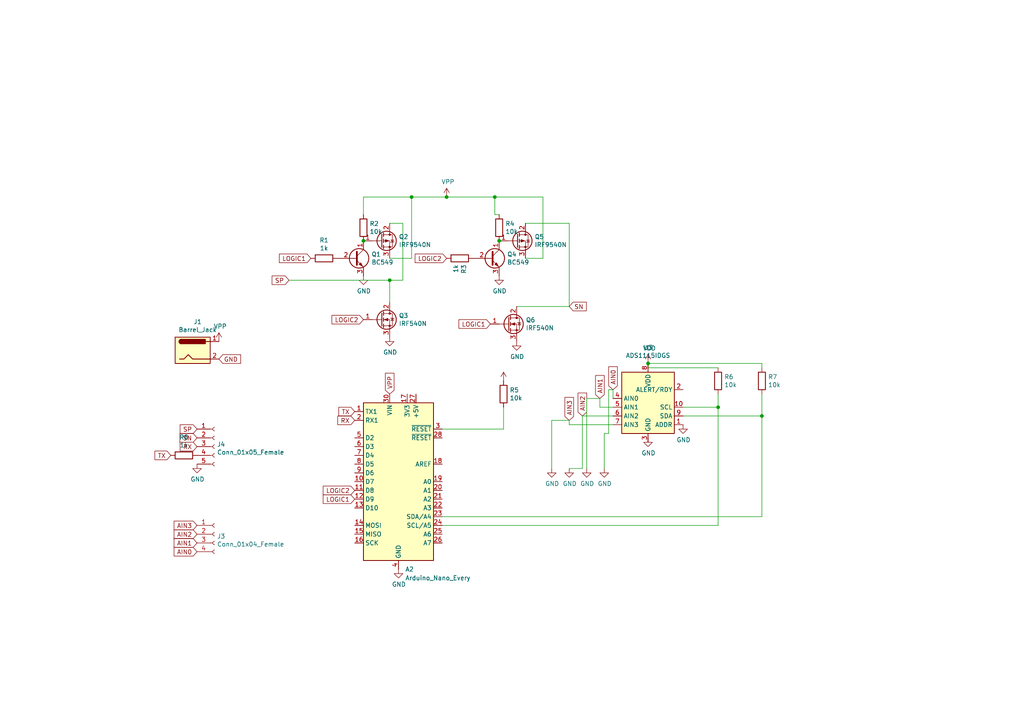
<source format=kicad_sch>
(kicad_sch (version 20230121) (generator eeschema)
  (paper "A4")
  (lib_symbols
    (symbol "Analog_ADC:ADS1115IDGS"
      (property "Reference" "U" (at 2.54 13.97 0))
      (property "Value" "ADS1115IDGS" (at 7.62 11.43 0))
      (symbol "ADS1115IDGS_0_1"
        (rectangle (start -7.62 10.16) (end 7.62 -7.62) (stroke (width 0.254)) (fill (type background)))
      )
      (symbol "ADS1115IDGS_1_1"
        (pin input line (at 10.16 -5.08 180) (length 2.54) (name "ADDR") (number "1"))
        (pin input line (at 10.16 0 180) (length 2.54) (name "SCL") (number "10"))
        (pin output line (at 10.16 5.08 180) (length 2.54) (name "ALERT/RDY") (number "2"))
        (pin power_in line (at 0 -10.16 90) (length 2.54) (name "GND") (number "3"))
        (pin input line (at -10.16 2.54 0) (length 2.54) (name "AIN0") (number "4"))
        (pin input line (at -10.16 0 0) (length 2.54) (name "AIN1") (number "5"))
        (pin input line (at -10.16 -2.54 0) (length 2.54) (name "AIN2") (number "6"))
        (pin input line (at -10.16 -5.08 0) (length 2.54) (name "AIN3") (number "7"))
        (pin power_in line (at 0 12.7 270) (length 2.54) (name "VDD") (number "8"))
        (pin bidirectional line (at 10.16 -2.54 180) (length 2.54) (name "SDA") (number "9"))
      )
    )
    (symbol "Connector:Barrel_Jack" (pin_names (offset 1.016))
      (property "Reference" "J" (at 0 5.334 0))
      (property "Value" "Barrel_Jack" (at 0 -5.08 0))
      (symbol "Barrel_Jack_0_1"
        (rectangle (start -5.08 3.81) (end 5.08 -3.81) (stroke (width 0.254)) (fill (type background)))
        (arc (start -3.302 3.175) (mid -3.9343 2.54) (end -3.302 1.905) (stroke (width 0.254)))
        (arc (start -3.302 3.175) (mid -3.9343 2.54) (end -3.302 1.905) (stroke (width 0.254)) (fill (type outline)))
        (polyline (pts (xy 5.08 2.54) (xy 3.81 2.54)) (stroke (width 0.254)))
        (polyline (pts (xy -3.81 -2.54) (xy -2.54 -2.54) (xy -1.27 -1.27) (xy 0 -2.54) (xy 2.54 -2.54) (xy 5.08 -2.54)) (stroke (width 0.254)))
        (rectangle (start 3.683 3.175) (end -3.302 1.905) (stroke (width 0.254)) (fill (type outline)))
      )
      (symbol "Barrel_Jack_1_1"
        (pin passive line (at 7.62 2.54 180) (length 2.54) (name "~") (number "1"))
        (pin passive line (at 7.62 -2.54 180) (length 2.54) (name "~") (number "2"))
      )
    )
    (symbol "DAQsystemUSBrev2-rescue:Conn_01x04_Female-Connector" (pin_names (offset 1.016) hide)
      (property "Reference" "J" (at 0 5.08 0))
      (property "Value" "Connector_Conn_01x04_Female" (at 0 -7.62 0))
      (symbol "Conn_01x04_Female-Connector_1_1"
        (arc (start 0 -4.572) (mid -0.5058 -5.08) (end 0 -5.588) (stroke (width 0.1524)))
        (arc (start 0 -2.032) (mid -0.5058 -2.54) (end 0 -3.048) (stroke (width 0.1524)))
        (polyline (pts (xy -1.27 -5.08) (xy -0.508 -5.08)) (stroke (width 0.1524)))
        (polyline (pts (xy -1.27 -2.54) (xy -0.508 -2.54)) (stroke (width 0.1524)))
        (polyline (pts (xy -1.27 0) (xy -0.508 0)) (stroke (width 0.1524)))
        (polyline (pts (xy -1.27 2.54) (xy -0.508 2.54)) (stroke (width 0.1524)))
        (arc (start 0 0.508) (mid -0.5058 0) (end 0 -0.508) (stroke (width 0.1524)))
        (arc (start 0 3.048) (mid -0.5058 2.54) (end 0 2.032) (stroke (width 0.1524)))
        (pin passive line (at -5.08 2.54 0) (length 3.81) (name "Pin_1") (number "1"))
        (pin passive line (at -5.08 0 0) (length 3.81) (name "Pin_2") (number "2"))
        (pin passive line (at -5.08 -2.54 0) (length 3.81) (name "Pin_3") (number "3"))
        (pin passive line (at -5.08 -5.08 0) (length 3.81) (name "Pin_4") (number "4"))
      )
    )
    (symbol "DAQsystemUSBrev2-rescue:Conn_01x05_Female-Connector" (pin_names (offset 1.016) hide)
      (property "Reference" "J" (at 0 7.62 0))
      (property "Value" "Connector_Conn_01x05_Female" (at 0 -7.62 0))
      (symbol "Conn_01x05_Female-Connector_1_1"
        (arc (start 0 -4.572) (mid -0.5058 -5.08) (end 0 -5.588) (stroke (width 0.1524)))
        (arc (start 0 -2.032) (mid -0.5058 -2.54) (end 0 -3.048) (stroke (width 0.1524)))
        (polyline (pts (xy -1.27 -5.08) (xy -0.508 -5.08)) (stroke (width 0.1524)))
        (polyline (pts (xy -1.27 -2.54) (xy -0.508 -2.54)) (stroke (width 0.1524)))
        (polyline (pts (xy -1.27 0) (xy -0.508 0)) (stroke (width 0.1524)))
        (polyline (pts (xy -1.27 2.54) (xy -0.508 2.54)) (stroke (width 0.1524)))
        (polyline (pts (xy -1.27 5.08) (xy -0.508 5.08)) (stroke (width 0.1524)))
        (arc (start 0 0.508) (mid -0.5058 0) (end 0 -0.508) (stroke (width 0.1524)))
        (arc (start 0 3.048) (mid -0.5058 2.54) (end 0 2.032) (stroke (width 0.1524)))
        (arc (start 0 5.588) (mid -0.5058 5.08) (end 0 4.572) (stroke (width 0.1524)))
        (pin passive line (at -5.08 5.08 0) (length 3.81) (name "Pin_1") (number "1"))
        (pin passive line (at -5.08 2.54 0) (length 3.81) (name "Pin_2") (number "2"))
        (pin passive line (at -5.08 0 0) (length 3.81) (name "Pin_3") (number "3"))
        (pin passive line (at -5.08 -2.54 0) (length 3.81) (name "Pin_4") (number "4"))
        (pin passive line (at -5.08 -5.08 0) (length 3.81) (name "Pin_5") (number "5"))
      )
    )
    (symbol "Device:R" (pin_numbers hide) (pin_names (offset 0))
      (property "Reference" "R" (at 2.032 0 90))
      (property "Value" "R" (at 0 0 90))
      (symbol "R_0_1"
        (rectangle (start -1.016 -2.54) (end 1.016 2.54) (stroke (width 0.254)))
      )
      (symbol "R_1_1"
        (pin passive line (at 0 3.81 270) (length 1.27) (name "~") (number "1"))
        (pin passive line (at 0 -3.81 90) (length 1.27) (name "~") (number "2"))
      )
    )
    (symbol "MCU_Module:Arduino_Nano_Every"
      (property "Reference" "A" (at -10.16 23.495 0))
      (property "Value" "Arduino_Nano_Every" (at 5.08 -24.13 0))
      (symbol "Arduino_Nano_Every_0_1"
        (rectangle (start -10.16 22.86) (end 10.16 -22.86) (stroke (width 0.254)) (fill (type background)))
      )
      (symbol "Arduino_Nano_Every_1_1"
        (pin bidirectional line (at -12.7 20.32 0) (length 2.54) (name "TX1") (number "1"))
        (pin bidirectional line (at -12.7 0 0) (length 2.54) (name "D7") (number "10"))
        (pin bidirectional line (at -12.7 -2.54 0) (length 2.54) (name "D8") (number "11"))
        (pin bidirectional line (at -12.7 -5.08 0) (length 2.54) (name "D9") (number "12"))
        (pin bidirectional line (at -12.7 -7.62 0) (length 2.54) (name "D10") (number "13"))
        (pin bidirectional line (at -12.7 -12.7 0) (length 2.54) (name "MOSI") (number "14"))
        (pin bidirectional line (at -12.7 -15.24 0) (length 2.54) (name "MISO") (number "15"))
        (pin bidirectional line (at -12.7 -17.78 0) (length 2.54) (name "SCK") (number "16"))
        (pin power_out line (at 2.54 25.4 270) (length 2.54) (name "3V3") (number "17"))
        (pin input line (at 12.7 5.08 180) (length 2.54) (name "AREF") (number "18"))
        (pin bidirectional line (at 12.7 0 180) (length 2.54) (name "A0") (number "19"))
        (pin bidirectional line (at -12.7 17.78 0) (length 2.54) (name "RX1") (number "2"))
        (pin bidirectional line (at 12.7 -2.54 180) (length 2.54) (name "A1") (number "20"))
        (pin bidirectional line (at 12.7 -5.08 180) (length 2.54) (name "A2") (number "21"))
        (pin bidirectional line (at 12.7 -7.62 180) (length 2.54) (name "A3") (number "22"))
        (pin bidirectional line (at 12.7 -10.16 180) (length 2.54) (name "SDA/A4") (number "23"))
        (pin bidirectional line (at 12.7 -12.7 180) (length 2.54) (name "SCL/A5") (number "24"))
        (pin bidirectional line (at 12.7 -15.24 180) (length 2.54) (name "A6") (number "25"))
        (pin bidirectional line (at 12.7 -17.78 180) (length 2.54) (name "A7") (number "26"))
        (pin power_out line (at 5.08 25.4 270) (length 2.54) (name "+5V") (number "27"))
        (pin input line (at 12.7 12.7 180) (length 2.54) (name "~{RESET}") (number "28"))
        (pin passive line (at 0 -25.4 90) (length 2.54) hide (name "GND") (number "29"))
        (pin input line (at 12.7 15.24 180) (length 2.54) (name "~{RESET}") (number "3"))
        (pin power_in line (at -2.54 25.4 270) (length 2.54) (name "VIN") (number "30"))
        (pin power_in line (at 0 -25.4 90) (length 2.54) (name "GND") (number "4"))
        (pin bidirectional line (at -12.7 12.7 0) (length 2.54) (name "D2") (number "5"))
        (pin bidirectional line (at -12.7 10.16 0) (length 2.54) (name "D3") (number "6"))
        (pin bidirectional line (at -12.7 7.62 0) (length 2.54) (name "D4") (number "7"))
        (pin bidirectional line (at -12.7 5.08 0) (length 2.54) (name "D5") (number "8"))
        (pin bidirectional line (at -12.7 2.54 0) (length 2.54) (name "D6") (number "9"))
      )
    )
    (symbol "Transistor_BJT:BC549" (pin_names (offset 0) hide)
      (property "Reference" "Q" (at 5.08 1.905 0))
      (property "Value" "BC549" (at 5.08 0 0))
      (symbol "BC549_0_1"
        (polyline (pts (xy 0 0) (xy 0.635 0)))
        (polyline (pts (xy 0.635 0.635) (xy 2.54 2.54)))
        (polyline (pts (xy 0.635 -0.635) (xy 2.54 -2.54) (xy 2.54 -2.54)))
        (polyline (pts (xy 0.635 1.905) (xy 0.635 -1.905) (xy 0.635 -1.905)) (stroke (width 0.508)))
        (polyline (pts (xy 1.27 -1.778) (xy 1.778 -1.27) (xy 2.286 -2.286) (xy 1.27 -1.778) (xy 1.27 -1.778)) (fill (type outline)))
        (circle (center 1.27 0) (radius 2.8194) (stroke (width 0.254)))
      )
      (symbol "BC549_1_1"
        (pin passive line (at 2.54 5.08 270) (length 2.54) (name "C") (number "1"))
        (pin input line (at -5.08 0 0) (length 5.08) (name "B") (number "2"))
        (pin passive line (at 2.54 -5.08 90) (length 2.54) (name "E") (number "3"))
      )
    )
    (symbol "Transistor_FET:IRF540N" (pin_names hide)
      (property "Reference" "Q" (at 6.35 1.905 0))
      (property "Value" "IRF540N" (at 6.35 0 0))
      (symbol "IRF540N_0_1"
        (polyline (pts (xy 0.254 0) (xy -2.54 0)))
        (polyline (pts (xy 0.254 1.905) (xy 0.254 -1.905)) (stroke (width 0.254)))
        (polyline (pts (xy 0.762 -1.27) (xy 0.762 -2.286)) (stroke (width 0.254)))
        (polyline (pts (xy 0.762 0.508) (xy 0.762 -0.508)) (stroke (width 0.254)))
        (polyline (pts (xy 0.762 2.286) (xy 0.762 1.27)) (stroke (width 0.254)))
        (polyline (pts (xy 2.54 2.54) (xy 2.54 1.778)))
        (polyline (pts (xy 2.54 -2.54) (xy 2.54 0) (xy 0.762 0)))
        (polyline (pts (xy 0.762 -1.778) (xy 3.302 -1.778) (xy 3.302 1.778) (xy 0.762 1.778)))
        (polyline (pts (xy 1.016 0) (xy 2.032 0.381) (xy 2.032 -0.381) (xy 1.016 0)) (fill (type outline)))
        (polyline (pts (xy 2.794 0.508) (xy 2.921 0.381) (xy 3.683 0.381) (xy 3.81 0.254)))
        (polyline (pts (xy 3.302 0.381) (xy 2.921 -0.254) (xy 3.683 -0.254) (xy 3.302 0.381)))
        (circle (center 1.651 0) (radius 2.794) (stroke (width 0.254)))
        (circle (center 2.54 -1.778) (radius 0.254) (fill (type outline)))
        (circle (center 2.54 1.778) (radius 0.254) (fill (type outline)))
      )
      (symbol "IRF540N_1_1"
        (pin input line (at -5.08 0 0) (length 2.54) (name "G") (number "1"))
        (pin passive line (at 2.54 5.08 270) (length 2.54) (name "D") (number "2"))
        (pin passive line (at 2.54 -5.08 90) (length 2.54) (name "S") (number "3"))
      )
    )
    (symbol "Transistor_FET:IRF9540N" (pin_names hide)
      (property "Reference" "Q" (at 5.08 1.905 0))
      (property "Value" "IRF9540N" (at 5.08 0 0))
      (symbol "IRF9540N_0_1"
        (polyline (pts (xy 0.254 0) (xy -2.54 0)))
        (polyline (pts (xy 0.254 1.905) (xy 0.254 -1.905)) (stroke (width 0.254)))
        (polyline (pts (xy 0.762 -1.27) (xy 0.762 -2.286)) (stroke (width 0.254)))
        (polyline (pts (xy 0.762 0.508) (xy 0.762 -0.508)) (stroke (width 0.254)))
        (polyline (pts (xy 0.762 2.286) (xy 0.762 1.27)) (stroke (width 0.254)))
        (polyline (pts (xy 2.54 2.54) (xy 2.54 1.778)))
        (polyline (pts (xy 2.54 -2.54) (xy 2.54 0) (xy 0.762 0)))
        (polyline (pts (xy 0.762 1.778) (xy 3.302 1.778) (xy 3.302 -1.778) (xy 0.762 -1.778)))
        (polyline (pts (xy 2.286 0) (xy 1.27 0.381) (xy 1.27 -0.381) (xy 2.286 0)) (fill (type outline)))
        (polyline (pts (xy 2.794 -0.508) (xy 2.921 -0.381) (xy 3.683 -0.381) (xy 3.81 -0.254)))
        (polyline (pts (xy 3.302 -0.381) (xy 2.921 0.254) (xy 3.683 0.254) (xy 3.302 -0.381)))
        (circle (center 1.651 0) (radius 2.794) (stroke (width 0.254)))
        (circle (center 2.54 -1.778) (radius 0.254) (fill (type outline)))
        (circle (center 2.54 1.778) (radius 0.254) (fill (type outline)))
      )
      (symbol "IRF9540N_1_1"
        (pin input line (at -5.08 0 0) (length 2.54) (name "G") (number "1"))
        (pin passive line (at 2.54 5.08 270) (length 2.54) (name "D") (number "2"))
        (pin passive line (at 2.54 -5.08 90) (length 2.54) (name "S") (number "3"))
      )
    )
    (symbol "power:GND" (power) (pin_names (offset 0))
      (property "Value" "GND" (at 0 -3.81 0))
      (symbol "GND_0_1"
        (polyline (pts (xy 0 0) (xy 0 -1.27) (xy 1.27 -1.27) (xy 0 -2.54) (xy -1.27 -1.27) (xy 0 -1.27)))
      )
      (symbol "GND_1_1"
        (pin power_in line (at 0 0 270) (length 0) hide (name "GND") (number "1"))
      )
    )
    (symbol "power:VDD" (power) (pin_names (offset 0))
      (property "Value" "VDD" (at 0 3.81 0))
      (symbol "VDD_0_1"
        (polyline (pts (xy -0.762 1.27) (xy 0 2.54)))
        (polyline (pts (xy 0 0) (xy 0 2.54)))
        (polyline (pts (xy 0 2.54) (xy 0.762 1.27)))
      )
      (symbol "VDD_1_1"
        (pin power_in line (at 0 0 90) (length 0) hide (name "VDD") (number "1"))
      )
    )
    (symbol "power:VPP" (power) (pin_names (offset 0))
      (property "Value" "VPP" (at 0 3.81 0))
      (symbol "VPP_0_1"
        (polyline (pts (xy -0.762 1.27) (xy 0 2.54)))
        (polyline (pts (xy 0 0) (xy 0 2.54)))
        (polyline (pts (xy 0 2.54) (xy 0.762 1.27)))
      )
      (symbol "VPP_1_1"
        (pin power_in line (at 0 0 90) (length 0) hide (name "VPP") (number "1"))
      )
    )
  )
  (junction (at 220.98 120.65))
  (junction (at 144.78 69.85))
  (junction (at 119.38 57.15))
  (junction (at 129.54 57.15))
  (junction (at 105.41 69.85))
  (junction (at 143.51 57.15))
  (junction (at 113.03 81.28))
  (junction (at 187.96 105.41))
  (junction (at 208.28 118.11))
  (wire (pts (xy 177.8 118.11) (xy 173.99 118.11)))
  (wire (pts (xy 149.86 88.9) (xy 165.1 88.9)))
  (wire (pts (xy 208.28 106.68) (xy 187.96 106.68)))
  (wire (pts (xy 157.48 74.93) (xy 157.48 57.15)))
  (wire (pts (xy 170.18 115.57) (xy 173.99 115.57)))
  (wire (pts (xy 168.91 120.65) (xy 177.8 120.65)))
  (wire (pts (xy 128.27 124.46) (xy 146.05 124.46)))
  (wire (pts (xy 143.51 57.15) (xy 157.48 57.15)))
  (wire (pts (xy 113.03 64.77) (xy 116.84 64.77)))
  (wire (pts (xy 168.91 120.65) (xy 168.91 135.89)))
  (wire (pts (xy 119.38 74.93) (xy 119.38 57.15)))
  (wire (pts (xy 177.8 113.03) (xy 177.8 115.57)))
  (wire (pts (xy 113.03 74.93) (xy 119.38 74.93)))
  (wire (pts (xy 116.84 81.28) (xy 113.03 81.28)))
  (wire (pts (xy 128.27 149.86) (xy 220.98 149.86)))
  (wire (pts (xy 220.98 120.65) (xy 220.98 114.3)))
  (wire (pts (xy 220.98 120.65) (xy 220.98 149.86)))
  (wire (pts (xy 176.53 113.03) (xy 177.8 113.03)))
  (wire (pts (xy 176.53 125.73) (xy 175.26 125.73)))
  (wire (pts (xy 152.4 74.93) (xy 157.48 74.93)))
  (wire (pts (xy 176.53 125.73) (xy 176.53 113.03)))
  (wire (pts (xy 105.41 57.15) (xy 119.38 57.15)))
  (wire (pts (xy 146.05 118.11) (xy 146.05 124.46)))
  (wire (pts (xy 152.4 64.77) (xy 165.1 64.77)))
  (wire (pts (xy 208.28 118.11) (xy 208.28 114.3)))
  (wire (pts (xy 165.1 123.19) (xy 165.1 121.92)))
  (wire (pts (xy 198.12 118.11) (xy 208.28 118.11)))
  (wire (pts (xy 165.1 64.77) (xy 165.1 88.9)))
  (wire (pts (xy 83.82 81.28) (xy 113.03 81.28)))
  (wire (pts (xy 187.96 105.41) (xy 220.98 105.41)))
  (wire (pts (xy 208.28 118.11) (xy 208.28 152.4)))
  (wire (pts (xy 143.51 57.15) (xy 143.51 62.23)))
  (wire (pts (xy 177.8 123.19) (xy 165.1 123.19)))
  (wire (pts (xy 143.51 62.23) (xy 144.78 62.23)))
  (wire (pts (xy 105.41 57.15) (xy 105.41 62.23)))
  (wire (pts (xy 165.1 135.89) (xy 168.91 135.89)))
  (wire (pts (xy 119.38 57.15) (xy 129.54 57.15)))
  (wire (pts (xy 113.03 81.28) (xy 113.03 87.63)))
  (wire (pts (xy 160.02 135.89) (xy 160.02 121.92)))
  (wire (pts (xy 187.96 106.68) (xy 187.96 105.41)))
  (wire (pts (xy 128.27 152.4) (xy 208.28 152.4)))
  (wire (pts (xy 116.84 64.77) (xy 116.84 81.28)))
  (wire (pts (xy 175.26 125.73) (xy 175.26 135.89)))
  (wire (pts (xy 198.12 120.65) (xy 220.98 120.65)))
  (wire (pts (xy 129.54 57.15) (xy 143.51 57.15)))
  (wire (pts (xy 170.18 135.89) (xy 170.18 115.57)))
  (wire (pts (xy 173.99 118.11) (xy 173.99 115.57)))
  (wire (pts (xy 160.02 121.92) (xy 165.1 121.92)))
  (wire (pts (xy 220.98 106.68) (xy 220.98 105.41)))
  (global_label "SP" (shape input) (at 83.82 81.28 180) (property "Intersheetrefs" "${INTERSHEET_REFS}" (effects hide)))
  (global_label "LOGIC1" (shape input) (at 142.24 93.98 180) (property "Intersheetrefs" "${INTERSHEET_REFS}" (effects hide)))
  (global_label "TX" (shape input) (at 49.53 132.08 180) (property "Intersheetrefs" "${INTERSHEET_REFS}" (effects hide)))
  (global_label "AIN0" (shape input) (at 57.15 160.02 180) (property "Intersheetrefs" "${INTERSHEET_REFS}" (effects hide)))
  (global_label "SN" (shape input) (at 165.1 88.9 0) (property "Intersheetrefs" "${INTERSHEET_REFS}" (effects hide)))
  (global_label "LOGIC2" (shape input) (at 102.87 142.24 180) (property "Intersheetrefs" "${INTERSHEET_REFS}" (effects hide)))
  (global_label "LOGIC2" (shape input) (at 105.41 92.71 180) (property "Intersheetrefs" "${INTERSHEET_REFS}" (effects hide)))
  (global_label "AIN3" (shape input) (at 165.1 121.92 90) (property "Intersheetrefs" "${INTERSHEET_REFS}" (effects hide)))
  (global_label "AIN2" (shape input) (at 168.91 120.65 90) (property "Intersheetrefs" "${INTERSHEET_REFS}" (effects hide)))
  (global_label "AIN3" (shape input) (at 57.15 152.4 180) (property "Intersheetrefs" "${INTERSHEET_REFS}" (effects hide)))
  (global_label "LOGIC1" (shape input) (at 90.17 74.93 180) (property "Intersheetrefs" "${INTERSHEET_REFS}" (effects hide)))
  (global_label "TX" (shape input) (at 102.87 119.38 180) (property "Intersheetrefs" "${INTERSHEET_REFS}" (effects hide)))
  (global_label "GND" (shape input) (at 63.5 104.14 0) (property "Intersheetrefs" "${INTERSHEET_REFS}" (effects hide)))
  (global_label "AIN2" (shape input) (at 57.15 154.94 180) (property "Intersheetrefs" "${INTERSHEET_REFS}" (effects hide)))
  (global_label "SN" (shape input) (at 57.15 127 180) (property "Intersheetrefs" "${INTERSHEET_REFS}" (effects hide)))
  (global_label "RX" (shape input) (at 57.15 129.54 180) (property "Intersheetrefs" "${INTERSHEET_REFS}" (effects hide)))
  (global_label "VPP" (shape input) (at 113.03 114.3 90) (property "Intersheetrefs" "${INTERSHEET_REFS}" (effects hide)))
  (global_label "AIN1" (shape input) (at 57.15 157.48 180) (property "Intersheetrefs" "${INTERSHEET_REFS}" (effects hide)))
  (global_label "LOGIC2" (shape input) (at 129.54 74.93 180) (property "Intersheetrefs" "${INTERSHEET_REFS}" (effects hide)))
  (global_label "AIN0" (shape input) (at 177.8 113.03 90) (property "Intersheetrefs" "${INTERSHEET_REFS}" (effects hide)))
  (global_label "SP" (shape input) (at 57.15 124.46 180) (property "Intersheetrefs" "${INTERSHEET_REFS}" (effects hide)))
  (global_label "RX" (shape input) (at 102.87 121.92 180) (property "Intersheetrefs" "${INTERSHEET_REFS}" (effects hide)))
  (global_label "AIN1" (shape input) (at 173.99 115.57 90) (property "Intersheetrefs" "${INTERSHEET_REFS}" (effects hide)))
  (global_label "LOGIC1" (shape input) (at 102.87 144.78 180) (property "Intersheetrefs" "${INTERSHEET_REFS}" (effects hide)))
  (symbol (lib_id "Transistor_FET:IRF9540N") (at 110.49 69.85 0) (unit 1)
    (property "Reference" "Q2" (at 115.6716 68.6816 0) (effects (justify left)))
    (property "Value" "IRF9540N" (at 115.6716 70.993 0) (effects (justify left)))
    (property "Footprint" "Package_TO_SOT_THT:TO-220-3_Vertical" (effects hide))
    (property "Datasheet" "http://www.irf.com/product-info/datasheets/data/irf9540n.pdf" (effects hide))
  )
  (symbol (lib_id "Transistor_FET:IRF9540N") (at 149.86 69.85 0) (unit 1)
    (property "Reference" "Q5" (at 155.0416 68.6816 0) (effects (justify left)))
    (property "Value" "IRF9540N" (at 155.0416 70.993 0) (effects (justify left)))
    (property "Footprint" "Package_TO_SOT_THT:TO-220-3_Vertical" (effects hide))
    (property "Datasheet" "http://www.irf.com/product-info/datasheets/data/irf9540n.pdf" (effects hide))
  )
  (symbol (lib_id "Transistor_BJT:BC549") (at 102.87 74.93 0) (unit 1)
    (property "Reference" "Q1" (at 107.7214 73.7616 0) (effects (justify left)))
    (property "Value" "BC549" (at 107.7214 76.073 0) (effects (justify left)))
    (property "Footprint" "Package_TO_SOT_THT:TO-92_Inline_Wide" (effects hide))
    (property "Datasheet" "https://www.onsemi.com/pub/Collateral/BC550-D.pdf" (effects hide))
  )
  (symbol (lib_id "Transistor_BJT:BC549") (at 142.24 74.93 0) (unit 1)
    (property "Reference" "Q4" (at 147.0914 73.7616 0) (effects (justify left)))
    (property "Value" "BC549" (at 147.0914 76.073 0) (effects (justify left)))
    (property "Footprint" "Package_TO_SOT_THT:TO-92_Inline_Wide" (effects hide))
    (property "Datasheet" "https://www.onsemi.com/pub/Collateral/BC550-D.pdf" (effects hide))
  )
  (symbol (lib_id "Transistor_FET:IRF540N") (at 110.49 92.71 0) (unit 1)
    (property "Reference" "Q3" (at 115.6716 91.5416 0) (effects (justify left)))
    (property "Value" "IRF540N" (at 115.6716 93.853 0) (effects (justify left)))
    (property "Footprint" "Package_TO_SOT_THT:TO-220-3_Vertical" (effects hide))
    (property "Datasheet" "http://www.irf.com/product-info/datasheets/data/irf540n.pdf" (effects hide))
  )
  (symbol (lib_id "Transistor_FET:IRF540N") (at 147.32 93.98 0) (unit 1)
    (property "Reference" "Q6" (at 152.5016 92.8116 0) (effects (justify left)))
    (property "Value" "IRF540N" (at 152.5016 95.123 0) (effects (justify left)))
    (property "Footprint" "Package_TO_SOT_THT:TO-220-3_Vertical" (effects hide))
    (property "Datasheet" "http://www.irf.com/product-info/datasheets/data/irf540n.pdf" (effects hide))
  )
  (symbol (lib_id "Device:R") (at 105.41 66.04 0) (unit 1)
    (property "Reference" "R2" (at 107.188 64.8716 0) (effects (justify left)))
    (property "Value" "10k" (at 107.188 67.183 0) (effects (justify left)))
    (property "Footprint" "Resistor_SMD:R_0603_1608Metric" (effects hide))
  )
  (symbol (lib_id "Device:R") (at 144.78 66.04 0) (unit 1)
    (property "Reference" "R4" (at 146.558 64.8716 0) (effects (justify left)))
    (property "Value" "10k" (at 146.558 67.183 0) (effects (justify left)))
    (property "Footprint" "Resistor_SMD:R_0603_1608Metric" (effects hide))
  )
  (symbol (lib_id "Device:R") (at 93.98 74.93 270) (unit 1)
    (property "Reference" "R1" (at 93.98 69.6722 90))
    (property "Value" "1k" (at 93.98 71.9836 90))
    (property "Footprint" "Resistor_SMD:R_0603_1608Metric" (effects hide))
  )
  (symbol (lib_id "Device:R") (at 133.35 74.93 270) (unit 1)
    (property "Reference" "R3" (at 134.5184 76.708 0) (effects (justify left)))
    (property "Value" "1k" (at 132.207 76.708 0) (effects (justify left)))
    (property "Footprint" "Resistor_SMD:R_0603_1608Metric" (effects hide))
  )
  (symbol (lib_id "Connector:Barrel_Jack") (at 55.88 101.6 0) (unit 1)
    (property "Reference" "J1" (at 57.3278 93.345 0))
    (property "Value" "Barrel_Jack" (at 57.3278 95.6564 0))
    (property "Footprint" "Connector_BarrelJack:BarrelJack_Horizontal" (effects hide))
  )
  (symbol (lib_id "Device:R") (at 146.05 114.3 0) (unit 1)
    (property "Reference" "R5" (at 147.828 113.1316 0) (effects (justify left)))
    (property "Value" "10k" (at 147.828 115.443 0) (effects (justify left)))
    (property "Footprint" "Resistor_SMD:R_0603_1608Metric" (effects hide))
  )
  (symbol (lib_id "Analog_ADC:ADS1115IDGS") (at 187.96 118.11 0) (unit 1)
    (property "Reference" "U3" (at 187.96 100.8126 0))
    (property "Value" "ADS1115IDGS" (at 187.96 103.124 0))
    (property "Footprint" "Package_SO:TSSOP-10_3x3mm_P0.5mm" (effects hide))
    (property "Datasheet" "http://www.ti.com/lit/ds/symlink/ads1113.pdf" (effects hide))
  )
  (symbol (lib_id "Device:R") (at 208.28 110.49 0) (unit 1)
    (property "Reference" "R6" (at 210.058 109.3216 0) (effects (justify left)))
    (property "Value" "10k" (at 210.058 111.633 0) (effects (justify left)))
    (property "Footprint" "Resistor_SMD:R_0603_1608Metric" (effects hide))
  )
  (symbol (lib_id "Device:R") (at 220.98 110.49 0) (unit 1)
    (property "Reference" "R7" (at 222.758 109.3216 0) (effects (justify left)))
    (property "Value" "10k" (at 222.758 111.633 0) (effects (justify left)))
    (property "Footprint" "Resistor_SMD:R_0603_1608Metric" (effects hide))
  )
  (symbol (lib_id "power:GND") (at 175.26 135.89 0) (unit 1)
    (property "Reference" "#PWR0103" (effects hide))
    (property "Value" "GND" (at 175.387 140.2842 0))
  )
  (symbol (lib_id "power:GND") (at 187.96 127 0) (unit 1)
    (property "Reference" "#PWR0104" (effects hide))
    (property "Value" "GND" (at 188.087 131.3942 0))
  )
  (symbol (lib_id "power:GND") (at 198.12 123.19 0) (unit 1)
    (property "Reference" "#PWR0105" (effects hide))
    (property "Value" "GND" (at 198.247 127.5842 0))
  )
  (symbol (lib_id "power:GND") (at 57.15 134.62 0) (unit 1)
    (property "Reference" "#PWR0109" (effects hide))
    (property "Value" "GND" (at 57.277 139.0142 0))
  )
  (symbol (lib_id "power:GND") (at 105.41 80.01 0) (unit 1)
    (property "Reference" "#PWR0110" (effects hide))
    (property "Value" "GND" (at 105.537 84.4042 0))
  )
  (symbol (lib_id "power:GND") (at 113.03 97.79 0) (unit 1)
    (property "Reference" "#PWR0112" (effects hide))
    (property "Value" "GND" (at 113.157 102.1842 0))
  )
  (symbol (lib_id "power:VDD") (at 187.96 105.41 0) (unit 1)
    (property "Reference" "#PWR0114" (effects hide))
    (property "Value" "VDD" (at 188.341 101.0158 0))
  )
  (symbol (lib_id "power:VDD") (at 146.05 110.49 0) (unit 1)
    (property "Reference" "#PWR0117" (effects hide))
    (property "Value" "VDD" (effects hide))
  )
  (symbol (lib_id "Device:R") (at 53.34 132.08 270) (unit 1)
    (property "Reference" "R8" (at 53.34 126.8222 90))
    (property "Value" "1k" (at 53.34 129.1336 90))
    (property "Footprint" "Resistor_SMD:R_0603_1608Metric" (effects hide))
  )
  (symbol (lib_id "power:VPP") (at 63.5 99.06 0) (unit 1)
    (property "Reference" "#PWR0119" (effects hide))
    (property "Value" "VPP" (at 63.881 94.6658 0))
  )
  (symbol (lib_id "power:VPP") (at 129.54 57.15 0) (unit 1)
    (property "Reference" "#PWR0120" (effects hide))
    (property "Value" "VPP" (at 129.921 52.7558 0))
  )
  (symbol (lib_id "DAQsystemUSBrev2-rescue:Conn_01x04_Female-Connector") (at 62.23 154.94 0) (unit 1)
    (property "Reference" "J3" (at 62.9412 155.5496 0) (effects (justify left)))
    (property "Value" "Conn_01x04_Female" (at 62.9412 157.861 0) (effects (justify left)))
    (property "Footprint" "Connector_PinSocket_2.54mm:PinSocket_1x04_P2.54mm_Vertical" (effects hide))
  )
  (symbol (lib_id "DAQsystemUSBrev2-rescue:Conn_01x05_Female-Connector") (at 62.23 129.54 0) (unit 1)
    (property "Reference" "J4" (at 62.9412 128.8796 0) (effects (justify left)))
    (property "Value" "Conn_01x05_Female" (at 62.9412 131.191 0) (effects (justify left)))
    (property "Footprint" "Connector_PinSocket_2.54mm:PinSocket_1x05_P2.54mm_Vertical" (effects hide))
  )
  (symbol (lib_id "power:GND") (at 149.86 99.06 0) (unit 1)
    (property "Reference" "#PWR0113" (effects hide))
    (property "Value" "GND" (at 149.987 103.4542 0))
  )
  (symbol (lib_id "power:GND") (at 170.18 135.89 0) (unit 1)
    (property "Reference" "#PWR0121" (effects hide))
    (property "Value" "GND" (at 170.307 140.2842 0))
  )
  (symbol (lib_id "power:GND") (at 165.1 135.89 0) (unit 1)
    (property "Reference" "#PWR0122" (effects hide))
    (property "Value" "GND" (at 165.227 140.2842 0))
  )
  (symbol (lib_id "power:GND") (at 160.02 135.89 0) (unit 1)
    (property "Reference" "#PWR0123" (effects hide))
    (property "Value" "GND" (at 160.147 140.2842 0))
  )
  (symbol (lib_id "power:GND") (at 144.78 80.01 0) (unit 1)
    (property "Reference" "#PWR0111" (effects hide))
    (property "Value" "GND" (at 144.907 84.4042 0))
  )
  (symbol (lib_id "power:GND") (at 115.57 165.1 0) (unit 1)
    (property "Reference" "#PWR01" (effects hide))
    (property "Value" "GND" (at 115.697 169.4942 0))
  )
  (symbol (lib_id "MCU_Module:Arduino_Nano_Every") (at 115.57 139.7 0) (unit 1)
    (property "Reference" "A2" (at 117.5259 165.1 0) (effects (justify left)))
    (property "Value" "Arduino_Nano_Every" (at 117.5259 167.64 0) (effects (justify left)))
    (property "Footprint" "Module:Arduino_Nano_WithMountingHoles" (effects hide))
    (property "Datasheet" "https://content.arduino.cc/assets/NANOEveryV3.0_sch.pdf" (effects hide))
  )
)
</source>
